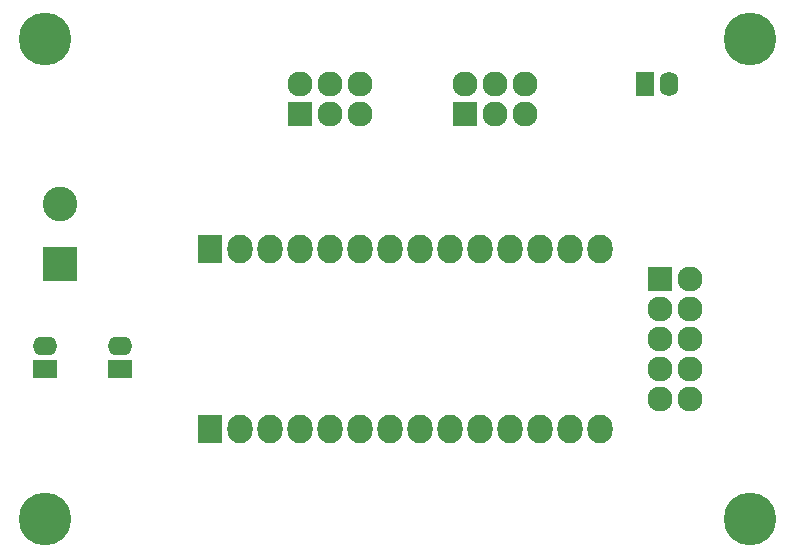
<source format=gbr>
G04 #@! TF.FileFunction,Soldermask,Top*
%FSLAX46Y46*%
G04 Gerber Fmt 4.6, Leading zero omitted, Abs format (unit mm)*
G04 Created by KiCad (PCBNEW 4.0.2+dfsg1-2~bpo8+1-stable) date Sun 16 Jul 2017 12:08:05 PM EEST*
%MOMM*%
G01*
G04 APERTURE LIST*
%ADD10C,0.050000*%
%ADD11R,2.127200X2.127200*%
%ADD12O,2.127200X2.127200*%
%ADD13R,2.127200X2.432000*%
%ADD14O,2.127200X2.432000*%
%ADD15R,1.600000X2.100000*%
%ADD16O,1.600000X2.100000*%
%ADD17R,2.100000X1.600000*%
%ADD18O,2.100000X1.600000*%
%ADD19C,4.464000*%
%ADD20R,2.940000X2.940000*%
%ADD21C,2.940000*%
G04 APERTURE END LIST*
D10*
D11*
X134620000Y-97790000D03*
D12*
X134620000Y-95250000D03*
X137160000Y-97790000D03*
X137160000Y-95250000D03*
X139700000Y-97790000D03*
X139700000Y-95250000D03*
D11*
X120650000Y-97790000D03*
D12*
X120650000Y-95250000D03*
X123190000Y-97790000D03*
X123190000Y-95250000D03*
X125730000Y-97790000D03*
X125730000Y-95250000D03*
D13*
X113030000Y-124460000D03*
D14*
X115570000Y-124460000D03*
X118110000Y-124460000D03*
X120650000Y-124460000D03*
X123190000Y-124460000D03*
X125730000Y-124460000D03*
X128270000Y-124460000D03*
X130810000Y-124460000D03*
X133350000Y-124460000D03*
X135890000Y-124460000D03*
X138430000Y-124460000D03*
X140970000Y-124460000D03*
X143510000Y-124460000D03*
X146050000Y-124460000D03*
D13*
X113030000Y-109220000D03*
D14*
X115570000Y-109220000D03*
X118110000Y-109220000D03*
X120650000Y-109220000D03*
X123190000Y-109220000D03*
X125730000Y-109220000D03*
X128270000Y-109220000D03*
X130810000Y-109220000D03*
X133350000Y-109220000D03*
X135890000Y-109220000D03*
X138430000Y-109220000D03*
X140970000Y-109220000D03*
X143510000Y-109220000D03*
X146050000Y-109220000D03*
D15*
X149860000Y-95250000D03*
D16*
X151860000Y-95250000D03*
D17*
X99060000Y-119380000D03*
D18*
X99060000Y-117380000D03*
D17*
X105410000Y-119380000D03*
D18*
X105410000Y-117380000D03*
D19*
X158750000Y-91440000D03*
X99060000Y-91440000D03*
X158750000Y-132080000D03*
X99060000Y-132080000D03*
D20*
X100330000Y-110490000D03*
D21*
X100330000Y-105410000D03*
D11*
X151130000Y-111760000D03*
D12*
X153670000Y-111760000D03*
X151130000Y-114300000D03*
X153670000Y-114300000D03*
X151130000Y-116840000D03*
X153670000Y-116840000D03*
X151130000Y-119380000D03*
X153670000Y-119380000D03*
X151130000Y-121920000D03*
X153670000Y-121920000D03*
M02*

</source>
